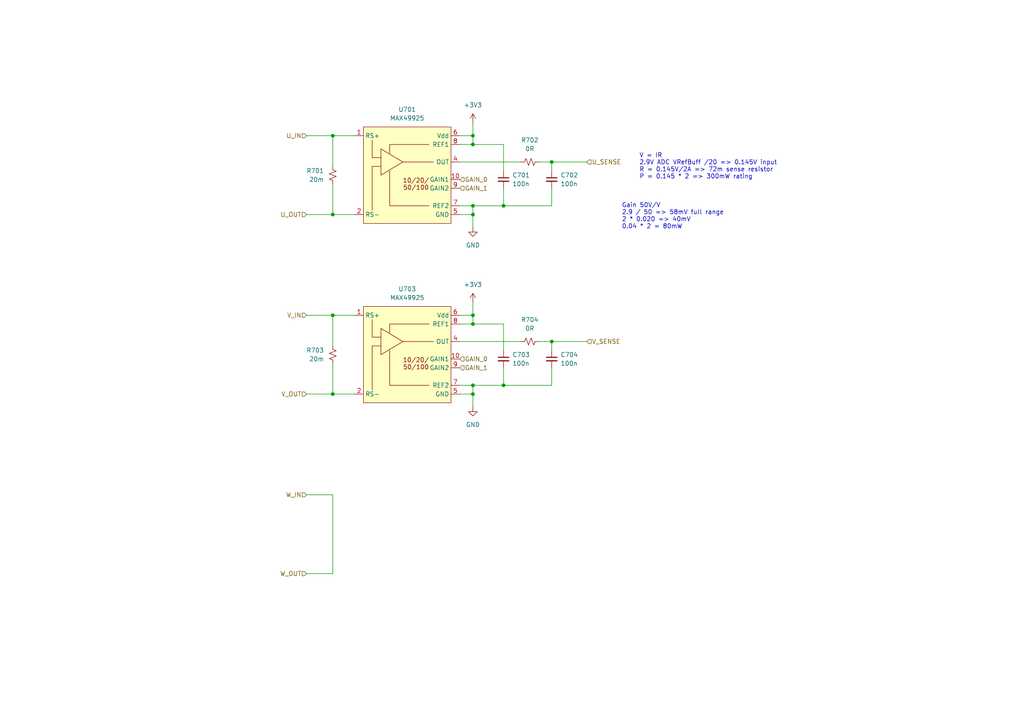
<source format=kicad_sch>
(kicad_sch (version 20231120) (generator "eeschema") (generator_version "8.0")
  (paper "A4")
  (title_block (title "HALL CURRENT SENSING") (date "2023-10-11") (rev "0.1") (company "matei repair lab"))
  (lib_symbols
    (symbol "Device:C_Small" (pin_numbers hide) (pin_names (offset 0.254) hide)
      (property "Reference" "C" (at 0.254 1.778 0))
      (property "Value" "C_Small" (at 0.254 -2.032 0))
      (symbol "C_Small_0_1"
        (polyline (pts (xy -1.524 -0.508) (xy 1.524 -0.508)) (stroke (width 0.3302)))
        (polyline (pts (xy -1.524 0.508) (xy 1.524 0.508)) (stroke (width 0.3048)))
      )
      (symbol "C_Small_1_1"
        (pin passive line (at 0 2.54 270) (length 2.032) (name "~") (number "1"))
        (pin passive line (at 0 -2.54 90) (length 2.032) (name "~") (number "2"))
      )
    )
    (symbol "Device:R_Small_US" (pin_numbers hide) (pin_names (offset 0.254) hide)
      (property "Reference" "R" (at 0.762 0.508 0))
      (property "Value" "R_Small_US" (at 0.762 -1.016 0))
      (symbol "R_Small_US_1_1"
        (polyline (pts (xy 0 0) (xy 1.016 -0.381) (xy 0 -0.762) (xy -1.016 -1.143) (xy 0 -1.524)))
        (polyline (pts (xy 0 1.524) (xy 1.016 1.143) (xy 0 0.762) (xy -1.016 0.381) (xy 0 0)))
        (pin passive line (at 0 2.54 270) (length 1.016) (name "~") (number "1"))
        (pin passive line (at 0 -2.54 90) (length 1.016) (name "~") (number "2"))
      )
    )
    (symbol "matei:MAX49925"
      (property "Reference" "U" (at -11.43 15.24 0))
      (property "Value" "MAX49925" (at 0 -12.7 0))
      (symbol "MAX49925_0_0"
        (pin input line (at -15.24 10.16 0) (length 2.54) (name "RS+") (number "1"))
        (pin input line (at 15.24 -2.54 180) (length 2.54) (name "GAIN1") (number "10"))
        (pin input line (at -15.24 -12.7 0) (length 2.54) (name "RS-") (number "2"))
        (pin output line (at 15.24 2.54 180) (length 2.54) (name "OUT") (number "4"))
        (pin power_in line (at 15.24 -12.7 180) (length 2.54) (name "GND") (number "5"))
        (pin power_in line (at 15.24 10.16 180) (length 2.54) (name "Vdd") (number "6"))
        (pin input line (at 15.24 -10.16 180) (length 2.54) (name "REF2") (number "7"))
        (pin input line (at 15.24 7.62 180) (length 2.54) (name "REF1") (number "8"))
        (pin input line (at 15.24 -5.08 180) (length 2.54) (name "GAIN2") (number "9"))
      )
      (symbol "MAX49925_1_0"
        (pin passive line (at 15.24 -12.7 180) (length 2.54) hide (name "EP") (number "11"))
        (pin no_connect line (at -15.24 2.54 0) (length 2.54) hide (name "NC") (number "3"))
      )
      (symbol "MAX49925_1_1"
        (rectangle (start -12.7 12.7) (end 12.7 -15.24) (fill (type background)))
        (polyline (pts (xy -1.27 2.54) (xy 7.62 2.54)))
        (polyline (pts (xy -7.62 1.27) (xy -10.16 1.27) (xy -10.16 -11.43)))
        (polyline (pts (xy -7.62 3.81) (xy -10.16 3.81) (xy -10.16 8.89)))
        (polyline (pts (xy -5.08 0) (xy -5.08 -10.16) (xy 6.35 -10.16)))
        (polyline (pts (xy -5.08 5.08) (xy -5.08 7.62) (xy 6.35 7.62)))
        (polyline (pts (xy -7.62 6.35) (xy -7.62 -1.27) (xy -1.27 2.54) (xy -7.62 6.35)))
        (text "10/20/\n50/100" (at 2.54 -3.81 0) (effects (font (size 1.27 1.27))))
      )
    )
    (symbol "power:+3V3" (power) (pin_names (offset 0))
      (property "Value" "+3V3" (at 0 3.556 0))
      (symbol "+3V3_0_1"
        (polyline (pts (xy -0.762 1.27) (xy 0 2.54)))
        (polyline (pts (xy 0 0) (xy 0 2.54)))
        (polyline (pts (xy 0 2.54) (xy 0.762 1.27)))
      )
      (symbol "+3V3_1_1"
        (pin power_in line (at 0 0 90) (length 0) hide (name "+3V3") (number "1"))
      )
    )
    (symbol "power:GND" (power) (pin_names (offset 0))
      (property "Value" "GND" (at 0 -3.81 0))
      (symbol "GND_0_1"
        (polyline (pts (xy 0 0) (xy 0 -1.27) (xy 1.27 -1.27) (xy 0 -2.54) (xy -1.27 -1.27) (xy 0 -1.27)))
      )
      (symbol "GND_1_1"
        (pin power_in line (at 0 0 270) (length 0) hide (name "GND") (number "1"))
      )
    )
  )
  (junction (at 96.52 62.23))
  (junction (at 137.16 59.69))
  (junction (at 146.05 111.76))
  (junction (at 160.02 46.99))
  (junction (at 96.52 39.37))
  (junction (at 137.16 114.3))
  (junction (at 96.52 91.44))
  (junction (at 137.16 39.37))
  (junction (at 96.52 114.3))
  (junction (at 137.16 62.23))
  (junction (at 137.16 111.76))
  (junction (at 146.05 59.69))
  (junction (at 137.16 41.91))
  (junction (at 160.02 99.06))
  (junction (at 137.16 91.44))
  (junction (at 137.16 93.98))
  (wire (pts (xy 160.02 59.69) (xy 160.02 54.61)))
  (wire (pts (xy 137.16 41.91) (xy 146.05 41.91)))
  (wire (pts (xy 88.9 62.23) (xy 96.52 62.23)))
  (wire (pts (xy 156.21 46.99) (xy 160.02 46.99)))
  (wire (pts (xy 160.02 99.06) (xy 160.02 101.6)))
  (wire (pts (xy 160.02 46.99) (xy 170.18 46.99)))
  (wire (pts (xy 96.52 91.44) (xy 96.52 100.33)))
  (wire (pts (xy 96.52 114.3) (xy 102.87 114.3)))
  (wire (pts (xy 137.16 93.98) (xy 137.16 91.44)))
  (wire (pts (xy 160.02 106.68) (xy 160.02 111.76)))
  (wire (pts (xy 133.35 59.69) (xy 137.16 59.69)))
  (wire (pts (xy 137.16 111.76) (xy 137.16 114.3)))
  (wire (pts (xy 146.05 59.69) (xy 160.02 59.69)))
  (wire (pts (xy 96.52 143.51) (xy 96.52 166.37)))
  (wire (pts (xy 137.16 59.69) (xy 146.05 59.69)))
  (wire (pts (xy 146.05 54.61) (xy 146.05 59.69)))
  (wire (pts (xy 137.16 39.37) (xy 133.35 39.37)))
  (wire (pts (xy 88.9 39.37) (xy 96.52 39.37)))
  (wire (pts (xy 146.05 93.98) (xy 146.05 101.6)))
  (wire (pts (xy 137.16 59.69) (xy 137.16 62.23)))
  (wire (pts (xy 137.16 114.3) (xy 137.16 118.11)))
  (wire (pts (xy 133.35 46.99) (xy 151.13 46.99)))
  (wire (pts (xy 156.21 99.06) (xy 160.02 99.06)))
  (wire (pts (xy 137.16 91.44) (xy 133.35 91.44)))
  (wire (pts (xy 133.35 93.98) (xy 137.16 93.98)))
  (wire (pts (xy 160.02 99.06) (xy 170.18 99.06)))
  (wire (pts (xy 133.35 99.06) (xy 151.13 99.06)))
  (wire (pts (xy 133.35 114.3) (xy 137.16 114.3)))
  (wire (pts (xy 137.16 87.63) (xy 137.16 91.44)))
  (wire (pts (xy 137.16 35.56) (xy 137.16 39.37)))
  (wire (pts (xy 88.9 143.51) (xy 96.52 143.51)))
  (wire (pts (xy 96.52 53.34) (xy 96.52 62.23)))
  (wire (pts (xy 137.16 93.98) (xy 146.05 93.98)))
  (wire (pts (xy 96.52 39.37) (xy 102.87 39.37)))
  (wire (pts (xy 88.9 91.44) (xy 96.52 91.44)))
  (wire (pts (xy 137.16 41.91) (xy 137.16 39.37)))
  (wire (pts (xy 96.52 62.23) (xy 102.87 62.23)))
  (wire (pts (xy 133.35 111.76) (xy 137.16 111.76)))
  (wire (pts (xy 96.52 105.41) (xy 96.52 114.3)))
  (wire (pts (xy 146.05 41.91) (xy 146.05 49.53)))
  (wire (pts (xy 96.52 91.44) (xy 102.87 91.44)))
  (wire (pts (xy 133.35 62.23) (xy 137.16 62.23)))
  (wire (pts (xy 133.35 41.91) (xy 137.16 41.91)))
  (wire (pts (xy 137.16 111.76) (xy 146.05 111.76)))
  (wire (pts (xy 137.16 62.23) (xy 137.16 66.04)))
  (wire (pts (xy 160.02 46.99) (xy 160.02 49.53)))
  (wire (pts (xy 88.9 114.3) (xy 96.52 114.3)))
  (wire (pts (xy 96.52 39.37) (xy 96.52 48.26)))
  (wire (pts (xy 146.05 106.68) (xy 146.05 111.76)))
  (wire (pts (xy 146.05 111.76) (xy 160.02 111.76)))
  (wire (pts (xy 88.9 166.37) (xy 96.52 166.37)))
  (text "Gain 50V/V\n2.9 / 50 => 58mV full range\n2 * 0.020 => 40mV \n0.04 * 2 = 80mW\n\n" (at 180.34 68.58 0) (effects (font (size 1.27 1.27)) (justify left bottom)))
  (text "V = IR\n2.9V ADC VRefBuff /20 => 0.145V input\nR = 0.145V/2A => 72m sense resistor\nP = 0.145 * 2 => 300mW rating" (at 185.42 52.07 0) (effects (font (size 1.27 1.27)) (justify left bottom)))
  (hierarchical_label "GAIN_1" (shape input) (at 133.35 54.61 0))
  (hierarchical_label "U_OUT" (shape input) (at 88.9 62.23 180))
  (hierarchical_label "W_IN" (shape input) (at 88.9 143.51 180))
  (hierarchical_label "GAIN_0" (shape input) (at 133.35 104.14 0))
  (hierarchical_label "U_SENSE" (shape input) (at 170.18 46.99 0))
  (hierarchical_label "V_SENSE" (shape input) (at 170.18 99.06 0))
  (hierarchical_label "GAIN_0" (shape input) (at 133.35 52.07 0))
  (hierarchical_label "V_IN" (shape input) (at 88.9 91.44 180))
  (hierarchical_label "U_IN" (shape input) (at 88.9 39.37 180))
  (hierarchical_label "GAIN_1" (shape input) (at 133.35 106.68 0))
  (hierarchical_label "W_OUT" (shape input) (at 88.9 166.37 180))
  (hierarchical_label "V_OUT" (shape input) (at 88.9 114.3 180))
  (symbol (lib_id "Device:C_Small") (at 160.02 52.07 0) (unit 1)
    (property "Reference" "C702" (at 162.56 50.8063 0) (effects (justify left)))
    (property "Value" "100n" (at 162.56 53.3463 0) (effects (justify left)))
    (property "Footprint" "Capacitor_SMD:C_0402_1005Metric" (effects (hide yes)))
    (property "LCSC ID" "C307331" (effects (hide yes)))
  )
  (symbol (lib_id "Device:R_Small_US") (at 153.67 46.99 90) (unit 1)
    (property "Reference" "R702" (at 153.67 40.64 90))
    (property "Value" "0R" (at 153.67 43.18 90))
    (property "Footprint" "Resistor_SMD:R_0402_1005Metric" (effects (hide yes)))
    (property "LCSC ID" "C17168" (effects (hide yes)))
  )
  (symbol (lib_id "power:+3V3") (at 137.16 87.63 0) (unit 1)
    (property "Reference" "#PWR0705" (effects (hide yes)))
    (property "Value" "+3V3" (at 137.16 82.55 0))
  )
  (symbol (lib_id "power:+3V3") (at 137.16 35.56 0) (unit 1)
    (property "Reference" "#PWR0701" (effects (hide yes)))
    (property "Value" "+3V3" (at 137.16 30.48 0))
  )
  (symbol (lib_id "power:GND") (at 137.16 118.11 0) (unit 1)
    (property "Reference" "#PWR01" (effects (hide yes)))
    (property "Value" "GND" (at 137.16 123.19 0))
  )
  (symbol (lib_id "matei:MAX49925") (at 118.11 49.53 0) (unit 1)
    (property "Reference" "U701" (at 118.11 31.75 0))
    (property "Value" "MAX49925" (at 118.11 34.29 0))
    (property "Footprint" "Package_DFN_QFN:DFN-10-1EP_3x3mm_P0.5mm_EP1.75x2.7mm" (effects (hide yes)))
    (property "LCSC ID" "C19193612" (effects (hide yes)))
  )
  (symbol (lib_id "Device:R_Small_US") (at 96.52 102.87 0) (unit 1)
    (property "Reference" "R703" (at 93.98 101.6 0) (effects (justify right)))
    (property "Value" "20m" (at 93.98 104.14 0) (effects (justify right)))
    (property "Footprint" "Resistor_SMD:R_1206_3216Metric" (effects (hide yes)))
    (property "LCSC ID" "C393094" (effects (hide yes)))
  )
  (symbol (lib_id "Device:R_Small_US") (at 153.67 99.06 90) (unit 1)
    (property "Reference" "R704" (at 153.67 92.71 90))
    (property "Value" "0R" (at 153.67 95.25 90))
    (property "Footprint" "Resistor_SMD:R_0402_1005Metric" (effects (hide yes)))
    (property "LCSC ID" "C17168" (effects (hide yes)))
  )
  (symbol (lib_id "Device:C_Small") (at 160.02 104.14 0) (unit 1)
    (property "Reference" "C704" (at 162.56 102.8763 0) (effects (justify left)))
    (property "Value" "100n" (at 162.56 105.4163 0) (effects (justify left)))
    (property "Footprint" "Capacitor_SMD:C_0402_1005Metric" (effects (hide yes)))
    (property "LCSC ID" "C307331" (effects (hide yes)))
  )
  (symbol (lib_id "power:GND") (at 137.16 66.04 0) (unit 1)
    (property "Reference" "#PWR02" (effects (hide yes)))
    (property "Value" "GND" (at 137.16 71.12 0))
  )
  (symbol (lib_id "Device:C_Small") (at 146.05 104.14 0) (unit 1)
    (property "Reference" "C703" (at 148.59 102.8763 0) (effects (justify left)))
    (property "Value" "100n" (at 148.59 105.4163 0) (effects (justify left)))
    (property "Footprint" "Capacitor_SMD:C_0402_1005Metric" (effects (hide yes)))
    (property "LCSC ID" "C307331" (effects (hide yes)))
  )
  (symbol (lib_id "matei:MAX49925") (at 118.11 101.6 0) (unit 1)
    (property "Reference" "U703" (at 118.11 83.82 0))
    (property "Value" "MAX49925" (at 118.11 86.36 0))
    (property "Footprint" "Package_DFN_QFN:DFN-10-1EP_3x3mm_P0.5mm_EP1.75x2.7mm" (effects (hide yes)))
    (property "LCSC ID" "C19193612" (effects (hide yes)))
  )
  (symbol (lib_id "Device:R_Small_US") (at 96.52 50.8 0) (unit 1)
    (property "Reference" "R701" (at 93.98 49.53 0) (effects (justify right)))
    (property "Value" "20m" (at 93.98 52.07 0) (effects (justify right)))
    (property "Footprint" "Resistor_SMD:R_1206_3216Metric" (effects (hide yes)))
    (property "LCSC ID" "C393094" (effects (hide yes)))
  )
  (symbol (lib_id "Device:C_Small") (at 146.05 52.07 0) (unit 1)
    (property "Reference" "C701" (at 148.59 50.8063 0) (effects (justify left)))
    (property "Value" "100n" (at 148.59 53.3463 0) (effects (justify left)))
    (property "Footprint" "Capacitor_SMD:C_0402_1005Metric" (effects (hide yes)))
    (property "LCSC ID" "C307331" (effects (hide yes)))
  )
)
</source>
